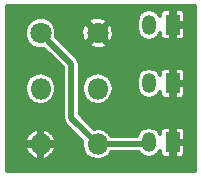
<source format=gbl>
G04 #@! TF.FileFunction,Copper,L2,Bot,Signal*
%FSLAX46Y46*%
G04 Gerber Fmt 4.6, Leading zero omitted, Abs format (unit mm)*
G04 Created by KiCad (PCBNEW 4.0.7) date 06/06/18 08:36:06*
%MOMM*%
%LPD*%
G01*
G04 APERTURE LIST*
%ADD10C,0.100000*%
%ADD11O,1.800000X1.800000*%
%ADD12C,1.800000*%
%ADD13R,1.200000X1.700000*%
%ADD14O,1.200000X1.700000*%
%ADD15C,0.500000*%
%ADD16C,0.300000*%
G04 APERTURE END LIST*
D10*
D11*
X140400000Y-90500000D03*
D12*
X140400000Y-85800000D03*
D11*
X140400000Y-95200000D03*
D12*
X145230000Y-85800000D03*
D11*
X145230000Y-90500000D03*
X145230000Y-95200000D03*
D13*
X151600000Y-85100000D03*
D14*
X149600000Y-85100000D03*
D13*
X151600000Y-90050000D03*
D14*
X149600000Y-90050000D03*
D13*
X151600000Y-95050000D03*
D14*
X149600000Y-95050000D03*
D15*
X145230000Y-95200000D02*
X149450000Y-95200000D01*
X149450000Y-95200000D02*
X149600000Y-95050000D01*
X145230000Y-95200000D02*
X143000000Y-92970000D01*
X143000000Y-92970000D02*
X143000000Y-88400000D01*
X143000000Y-88400000D02*
X141299999Y-86699999D01*
X141299999Y-86699999D02*
X140400000Y-85800000D01*
D16*
G36*
X153475000Y-97475000D02*
X137525000Y-97475000D01*
X137525000Y-95558034D01*
X139098330Y-95558034D01*
X139334427Y-96028908D01*
X139732748Y-96373588D01*
X140041968Y-96501658D01*
X140250000Y-96428375D01*
X140250000Y-95350000D01*
X140550000Y-95350000D01*
X140550000Y-96428375D01*
X140758032Y-96501658D01*
X141067252Y-96373588D01*
X141465573Y-96028908D01*
X141701670Y-95558034D01*
X141629153Y-95350000D01*
X140550000Y-95350000D01*
X140250000Y-95350000D01*
X139170847Y-95350000D01*
X139098330Y-95558034D01*
X137525000Y-95558034D01*
X137525000Y-94841966D01*
X139098330Y-94841966D01*
X139170847Y-95050000D01*
X140250000Y-95050000D01*
X140250000Y-93971625D01*
X140550000Y-93971625D01*
X140550000Y-95050000D01*
X141629153Y-95050000D01*
X141701670Y-94841966D01*
X141465573Y-94371092D01*
X141067252Y-94026412D01*
X140758032Y-93898342D01*
X140550000Y-93971625D01*
X140250000Y-93971625D01*
X140041968Y-93898342D01*
X139732748Y-94026412D01*
X139334427Y-94371092D01*
X139098330Y-94841966D01*
X137525000Y-94841966D01*
X137525000Y-90473552D01*
X139050000Y-90473552D01*
X139050000Y-90526448D01*
X139152763Y-91043071D01*
X139445406Y-91481042D01*
X139883377Y-91773685D01*
X140400000Y-91876448D01*
X140916623Y-91773685D01*
X141354594Y-91481042D01*
X141647237Y-91043071D01*
X141750000Y-90526448D01*
X141750000Y-90473552D01*
X141647237Y-89956929D01*
X141354594Y-89518958D01*
X140916623Y-89226315D01*
X140400000Y-89123552D01*
X139883377Y-89226315D01*
X139445406Y-89518958D01*
X139152763Y-89956929D01*
X139050000Y-90473552D01*
X137525000Y-90473552D01*
X137525000Y-86067353D01*
X139049766Y-86067353D01*
X139254858Y-86563715D01*
X139634288Y-86943807D01*
X140130290Y-87149765D01*
X140667353Y-87150234D01*
X140733113Y-87123063D01*
X140805024Y-87194974D01*
X142300000Y-88689949D01*
X142300000Y-92970000D01*
X142353284Y-93237879D01*
X142505025Y-93464975D01*
X143935348Y-94895298D01*
X143880000Y-95173552D01*
X143880000Y-95226448D01*
X143982763Y-95743071D01*
X144275406Y-96181042D01*
X144713377Y-96473685D01*
X145230000Y-96576448D01*
X145746623Y-96473685D01*
X146184594Y-96181042D01*
X146372380Y-95900000D01*
X148745330Y-95900000D01*
X148857538Y-96067931D01*
X149198182Y-96295543D01*
X149600000Y-96375469D01*
X150001818Y-96295543D01*
X150342462Y-96067931D01*
X150550000Y-95757330D01*
X150550000Y-95989510D01*
X150618508Y-96154904D01*
X150745095Y-96281491D01*
X150910489Y-96350000D01*
X151337500Y-96350000D01*
X151450000Y-96237500D01*
X151450000Y-95200000D01*
X151750000Y-95200000D01*
X151750000Y-96237500D01*
X151862500Y-96350000D01*
X152289511Y-96350000D01*
X152454905Y-96281491D01*
X152581492Y-96154904D01*
X152650000Y-95989510D01*
X152650000Y-95312500D01*
X152537500Y-95200000D01*
X151750000Y-95200000D01*
X151450000Y-95200000D01*
X151430000Y-95200000D01*
X151430000Y-94900000D01*
X151450000Y-94900000D01*
X151450000Y-93862500D01*
X151750000Y-93862500D01*
X151750000Y-94900000D01*
X152537500Y-94900000D01*
X152650000Y-94787500D01*
X152650000Y-94110490D01*
X152581492Y-93945096D01*
X152454905Y-93818509D01*
X152289511Y-93750000D01*
X151862500Y-93750000D01*
X151750000Y-93862500D01*
X151450000Y-93862500D01*
X151337500Y-93750000D01*
X150910489Y-93750000D01*
X150745095Y-93818509D01*
X150618508Y-93945096D01*
X150550000Y-94110490D01*
X150550000Y-94342670D01*
X150342462Y-94032069D01*
X150001818Y-93804457D01*
X149600000Y-93724531D01*
X149198182Y-93804457D01*
X148857538Y-94032069D01*
X148629926Y-94372713D01*
X148604607Y-94500000D01*
X146372380Y-94500000D01*
X146184594Y-94218958D01*
X145746623Y-93926315D01*
X145230000Y-93823552D01*
X144907626Y-93887676D01*
X143700000Y-92680050D01*
X143700000Y-90473552D01*
X143880000Y-90473552D01*
X143880000Y-90526448D01*
X143982763Y-91043071D01*
X144275406Y-91481042D01*
X144713377Y-91773685D01*
X145230000Y-91876448D01*
X145746623Y-91773685D01*
X146184594Y-91481042D01*
X146477237Y-91043071D01*
X146580000Y-90526448D01*
X146580000Y-90473552D01*
X146477237Y-89956929D01*
X146355363Y-89774531D01*
X148550000Y-89774531D01*
X148550000Y-90325469D01*
X148629926Y-90727287D01*
X148857538Y-91067931D01*
X149198182Y-91295543D01*
X149600000Y-91375469D01*
X150001818Y-91295543D01*
X150342462Y-91067931D01*
X150550000Y-90757330D01*
X150550000Y-90989510D01*
X150618508Y-91154904D01*
X150745095Y-91281491D01*
X150910489Y-91350000D01*
X151337500Y-91350000D01*
X151450000Y-91237500D01*
X151450000Y-90200000D01*
X151750000Y-90200000D01*
X151750000Y-91237500D01*
X151862500Y-91350000D01*
X152289511Y-91350000D01*
X152454905Y-91281491D01*
X152581492Y-91154904D01*
X152650000Y-90989510D01*
X152650000Y-90312500D01*
X152537500Y-90200000D01*
X151750000Y-90200000D01*
X151450000Y-90200000D01*
X151430000Y-90200000D01*
X151430000Y-89900000D01*
X151450000Y-89900000D01*
X151450000Y-88862500D01*
X151750000Y-88862500D01*
X151750000Y-89900000D01*
X152537500Y-89900000D01*
X152650000Y-89787500D01*
X152650000Y-89110490D01*
X152581492Y-88945096D01*
X152454905Y-88818509D01*
X152289511Y-88750000D01*
X151862500Y-88750000D01*
X151750000Y-88862500D01*
X151450000Y-88862500D01*
X151337500Y-88750000D01*
X150910489Y-88750000D01*
X150745095Y-88818509D01*
X150618508Y-88945096D01*
X150550000Y-89110490D01*
X150550000Y-89342670D01*
X150342462Y-89032069D01*
X150001818Y-88804457D01*
X149600000Y-88724531D01*
X149198182Y-88804457D01*
X148857538Y-89032069D01*
X148629926Y-89372713D01*
X148550000Y-89774531D01*
X146355363Y-89774531D01*
X146184594Y-89518958D01*
X145746623Y-89226315D01*
X145230000Y-89123552D01*
X144713377Y-89226315D01*
X144275406Y-89518958D01*
X143982763Y-89956929D01*
X143880000Y-90473552D01*
X143700000Y-90473552D01*
X143700000Y-88400000D01*
X143646716Y-88132122D01*
X143494975Y-87905025D01*
X143494972Y-87905023D01*
X142383446Y-86793496D01*
X144448636Y-86793496D01*
X144547116Y-86995105D01*
X145056444Y-87165462D01*
X145592196Y-87127939D01*
X145912884Y-86995105D01*
X146011364Y-86793496D01*
X145230000Y-86012132D01*
X144448636Y-86793496D01*
X142383446Y-86793496D01*
X141794974Y-86205024D01*
X141723328Y-86133378D01*
X141749765Y-86069710D01*
X141750152Y-85626444D01*
X143864538Y-85626444D01*
X143902061Y-86162196D01*
X144034895Y-86482884D01*
X144236504Y-86581364D01*
X145017868Y-85800000D01*
X145442132Y-85800000D01*
X146223496Y-86581364D01*
X146425105Y-86482884D01*
X146595462Y-85973556D01*
X146557939Y-85437804D01*
X146425105Y-85117116D01*
X146223496Y-85018636D01*
X145442132Y-85800000D01*
X145017868Y-85800000D01*
X144236504Y-85018636D01*
X144034895Y-85117116D01*
X143864538Y-85626444D01*
X141750152Y-85626444D01*
X141750234Y-85532647D01*
X141545142Y-85036285D01*
X141315762Y-84806504D01*
X144448636Y-84806504D01*
X145230000Y-85587868D01*
X145993337Y-84824531D01*
X148550000Y-84824531D01*
X148550000Y-85375469D01*
X148629926Y-85777287D01*
X148857538Y-86117931D01*
X149198182Y-86345543D01*
X149600000Y-86425469D01*
X150001818Y-86345543D01*
X150342462Y-86117931D01*
X150550000Y-85807330D01*
X150550000Y-86039510D01*
X150618508Y-86204904D01*
X150745095Y-86331491D01*
X150910489Y-86400000D01*
X151337500Y-86400000D01*
X151450000Y-86287500D01*
X151450000Y-85250000D01*
X151750000Y-85250000D01*
X151750000Y-86287500D01*
X151862500Y-86400000D01*
X152289511Y-86400000D01*
X152454905Y-86331491D01*
X152581492Y-86204904D01*
X152650000Y-86039510D01*
X152650000Y-85362500D01*
X152537500Y-85250000D01*
X151750000Y-85250000D01*
X151450000Y-85250000D01*
X151430000Y-85250000D01*
X151430000Y-84950000D01*
X151450000Y-84950000D01*
X151450000Y-83912500D01*
X151750000Y-83912500D01*
X151750000Y-84950000D01*
X152537500Y-84950000D01*
X152650000Y-84837500D01*
X152650000Y-84160490D01*
X152581492Y-83995096D01*
X152454905Y-83868509D01*
X152289511Y-83800000D01*
X151862500Y-83800000D01*
X151750000Y-83912500D01*
X151450000Y-83912500D01*
X151337500Y-83800000D01*
X150910489Y-83800000D01*
X150745095Y-83868509D01*
X150618508Y-83995096D01*
X150550000Y-84160490D01*
X150550000Y-84392670D01*
X150342462Y-84082069D01*
X150001818Y-83854457D01*
X149600000Y-83774531D01*
X149198182Y-83854457D01*
X148857538Y-84082069D01*
X148629926Y-84422713D01*
X148550000Y-84824531D01*
X145993337Y-84824531D01*
X146011364Y-84806504D01*
X145912884Y-84604895D01*
X145403556Y-84434538D01*
X144867804Y-84472061D01*
X144547116Y-84604895D01*
X144448636Y-84806504D01*
X141315762Y-84806504D01*
X141165712Y-84656193D01*
X140669710Y-84450235D01*
X140132647Y-84449766D01*
X139636285Y-84654858D01*
X139256193Y-85034288D01*
X139050235Y-85530290D01*
X139049766Y-86067353D01*
X137525000Y-86067353D01*
X137525000Y-83525000D01*
X153475000Y-83525000D01*
X153475000Y-97475000D01*
X153475000Y-97475000D01*
G37*
X153475000Y-97475000D02*
X137525000Y-97475000D01*
X137525000Y-95558034D01*
X139098330Y-95558034D01*
X139334427Y-96028908D01*
X139732748Y-96373588D01*
X140041968Y-96501658D01*
X140250000Y-96428375D01*
X140250000Y-95350000D01*
X140550000Y-95350000D01*
X140550000Y-96428375D01*
X140758032Y-96501658D01*
X141067252Y-96373588D01*
X141465573Y-96028908D01*
X141701670Y-95558034D01*
X141629153Y-95350000D01*
X140550000Y-95350000D01*
X140250000Y-95350000D01*
X139170847Y-95350000D01*
X139098330Y-95558034D01*
X137525000Y-95558034D01*
X137525000Y-94841966D01*
X139098330Y-94841966D01*
X139170847Y-95050000D01*
X140250000Y-95050000D01*
X140250000Y-93971625D01*
X140550000Y-93971625D01*
X140550000Y-95050000D01*
X141629153Y-95050000D01*
X141701670Y-94841966D01*
X141465573Y-94371092D01*
X141067252Y-94026412D01*
X140758032Y-93898342D01*
X140550000Y-93971625D01*
X140250000Y-93971625D01*
X140041968Y-93898342D01*
X139732748Y-94026412D01*
X139334427Y-94371092D01*
X139098330Y-94841966D01*
X137525000Y-94841966D01*
X137525000Y-90473552D01*
X139050000Y-90473552D01*
X139050000Y-90526448D01*
X139152763Y-91043071D01*
X139445406Y-91481042D01*
X139883377Y-91773685D01*
X140400000Y-91876448D01*
X140916623Y-91773685D01*
X141354594Y-91481042D01*
X141647237Y-91043071D01*
X141750000Y-90526448D01*
X141750000Y-90473552D01*
X141647237Y-89956929D01*
X141354594Y-89518958D01*
X140916623Y-89226315D01*
X140400000Y-89123552D01*
X139883377Y-89226315D01*
X139445406Y-89518958D01*
X139152763Y-89956929D01*
X139050000Y-90473552D01*
X137525000Y-90473552D01*
X137525000Y-86067353D01*
X139049766Y-86067353D01*
X139254858Y-86563715D01*
X139634288Y-86943807D01*
X140130290Y-87149765D01*
X140667353Y-87150234D01*
X140733113Y-87123063D01*
X140805024Y-87194974D01*
X142300000Y-88689949D01*
X142300000Y-92970000D01*
X142353284Y-93237879D01*
X142505025Y-93464975D01*
X143935348Y-94895298D01*
X143880000Y-95173552D01*
X143880000Y-95226448D01*
X143982763Y-95743071D01*
X144275406Y-96181042D01*
X144713377Y-96473685D01*
X145230000Y-96576448D01*
X145746623Y-96473685D01*
X146184594Y-96181042D01*
X146372380Y-95900000D01*
X148745330Y-95900000D01*
X148857538Y-96067931D01*
X149198182Y-96295543D01*
X149600000Y-96375469D01*
X150001818Y-96295543D01*
X150342462Y-96067931D01*
X150550000Y-95757330D01*
X150550000Y-95989510D01*
X150618508Y-96154904D01*
X150745095Y-96281491D01*
X150910489Y-96350000D01*
X151337500Y-96350000D01*
X151450000Y-96237500D01*
X151450000Y-95200000D01*
X151750000Y-95200000D01*
X151750000Y-96237500D01*
X151862500Y-96350000D01*
X152289511Y-96350000D01*
X152454905Y-96281491D01*
X152581492Y-96154904D01*
X152650000Y-95989510D01*
X152650000Y-95312500D01*
X152537500Y-95200000D01*
X151750000Y-95200000D01*
X151450000Y-95200000D01*
X151430000Y-95200000D01*
X151430000Y-94900000D01*
X151450000Y-94900000D01*
X151450000Y-93862500D01*
X151750000Y-93862500D01*
X151750000Y-94900000D01*
X152537500Y-94900000D01*
X152650000Y-94787500D01*
X152650000Y-94110490D01*
X152581492Y-93945096D01*
X152454905Y-93818509D01*
X152289511Y-93750000D01*
X151862500Y-93750000D01*
X151750000Y-93862500D01*
X151450000Y-93862500D01*
X151337500Y-93750000D01*
X150910489Y-93750000D01*
X150745095Y-93818509D01*
X150618508Y-93945096D01*
X150550000Y-94110490D01*
X150550000Y-94342670D01*
X150342462Y-94032069D01*
X150001818Y-93804457D01*
X149600000Y-93724531D01*
X149198182Y-93804457D01*
X148857538Y-94032069D01*
X148629926Y-94372713D01*
X148604607Y-94500000D01*
X146372380Y-94500000D01*
X146184594Y-94218958D01*
X145746623Y-93926315D01*
X145230000Y-93823552D01*
X144907626Y-93887676D01*
X143700000Y-92680050D01*
X143700000Y-90473552D01*
X143880000Y-90473552D01*
X143880000Y-90526448D01*
X143982763Y-91043071D01*
X144275406Y-91481042D01*
X144713377Y-91773685D01*
X145230000Y-91876448D01*
X145746623Y-91773685D01*
X146184594Y-91481042D01*
X146477237Y-91043071D01*
X146580000Y-90526448D01*
X146580000Y-90473552D01*
X146477237Y-89956929D01*
X146355363Y-89774531D01*
X148550000Y-89774531D01*
X148550000Y-90325469D01*
X148629926Y-90727287D01*
X148857538Y-91067931D01*
X149198182Y-91295543D01*
X149600000Y-91375469D01*
X150001818Y-91295543D01*
X150342462Y-91067931D01*
X150550000Y-90757330D01*
X150550000Y-90989510D01*
X150618508Y-91154904D01*
X150745095Y-91281491D01*
X150910489Y-91350000D01*
X151337500Y-91350000D01*
X151450000Y-91237500D01*
X151450000Y-90200000D01*
X151750000Y-90200000D01*
X151750000Y-91237500D01*
X151862500Y-91350000D01*
X152289511Y-91350000D01*
X152454905Y-91281491D01*
X152581492Y-91154904D01*
X152650000Y-90989510D01*
X152650000Y-90312500D01*
X152537500Y-90200000D01*
X151750000Y-90200000D01*
X151450000Y-90200000D01*
X151430000Y-90200000D01*
X151430000Y-89900000D01*
X151450000Y-89900000D01*
X151450000Y-88862500D01*
X151750000Y-88862500D01*
X151750000Y-89900000D01*
X152537500Y-89900000D01*
X152650000Y-89787500D01*
X152650000Y-89110490D01*
X152581492Y-88945096D01*
X152454905Y-88818509D01*
X152289511Y-88750000D01*
X151862500Y-88750000D01*
X151750000Y-88862500D01*
X151450000Y-88862500D01*
X151337500Y-88750000D01*
X150910489Y-88750000D01*
X150745095Y-88818509D01*
X150618508Y-88945096D01*
X150550000Y-89110490D01*
X150550000Y-89342670D01*
X150342462Y-89032069D01*
X150001818Y-88804457D01*
X149600000Y-88724531D01*
X149198182Y-88804457D01*
X148857538Y-89032069D01*
X148629926Y-89372713D01*
X148550000Y-89774531D01*
X146355363Y-89774531D01*
X146184594Y-89518958D01*
X145746623Y-89226315D01*
X145230000Y-89123552D01*
X144713377Y-89226315D01*
X144275406Y-89518958D01*
X143982763Y-89956929D01*
X143880000Y-90473552D01*
X143700000Y-90473552D01*
X143700000Y-88400000D01*
X143646716Y-88132122D01*
X143494975Y-87905025D01*
X143494972Y-87905023D01*
X142383446Y-86793496D01*
X144448636Y-86793496D01*
X144547116Y-86995105D01*
X145056444Y-87165462D01*
X145592196Y-87127939D01*
X145912884Y-86995105D01*
X146011364Y-86793496D01*
X145230000Y-86012132D01*
X144448636Y-86793496D01*
X142383446Y-86793496D01*
X141794974Y-86205024D01*
X141723328Y-86133378D01*
X141749765Y-86069710D01*
X141750152Y-85626444D01*
X143864538Y-85626444D01*
X143902061Y-86162196D01*
X144034895Y-86482884D01*
X144236504Y-86581364D01*
X145017868Y-85800000D01*
X145442132Y-85800000D01*
X146223496Y-86581364D01*
X146425105Y-86482884D01*
X146595462Y-85973556D01*
X146557939Y-85437804D01*
X146425105Y-85117116D01*
X146223496Y-85018636D01*
X145442132Y-85800000D01*
X145017868Y-85800000D01*
X144236504Y-85018636D01*
X144034895Y-85117116D01*
X143864538Y-85626444D01*
X141750152Y-85626444D01*
X141750234Y-85532647D01*
X141545142Y-85036285D01*
X141315762Y-84806504D01*
X144448636Y-84806504D01*
X145230000Y-85587868D01*
X145993337Y-84824531D01*
X148550000Y-84824531D01*
X148550000Y-85375469D01*
X148629926Y-85777287D01*
X148857538Y-86117931D01*
X149198182Y-86345543D01*
X149600000Y-86425469D01*
X150001818Y-86345543D01*
X150342462Y-86117931D01*
X150550000Y-85807330D01*
X150550000Y-86039510D01*
X150618508Y-86204904D01*
X150745095Y-86331491D01*
X150910489Y-86400000D01*
X151337500Y-86400000D01*
X151450000Y-86287500D01*
X151450000Y-85250000D01*
X151750000Y-85250000D01*
X151750000Y-86287500D01*
X151862500Y-86400000D01*
X152289511Y-86400000D01*
X152454905Y-86331491D01*
X152581492Y-86204904D01*
X152650000Y-86039510D01*
X152650000Y-85362500D01*
X152537500Y-85250000D01*
X151750000Y-85250000D01*
X151450000Y-85250000D01*
X151430000Y-85250000D01*
X151430000Y-84950000D01*
X151450000Y-84950000D01*
X151450000Y-83912500D01*
X151750000Y-83912500D01*
X151750000Y-84950000D01*
X152537500Y-84950000D01*
X152650000Y-84837500D01*
X152650000Y-84160490D01*
X152581492Y-83995096D01*
X152454905Y-83868509D01*
X152289511Y-83800000D01*
X151862500Y-83800000D01*
X151750000Y-83912500D01*
X151450000Y-83912500D01*
X151337500Y-83800000D01*
X150910489Y-83800000D01*
X150745095Y-83868509D01*
X150618508Y-83995096D01*
X150550000Y-84160490D01*
X150550000Y-84392670D01*
X150342462Y-84082069D01*
X150001818Y-83854457D01*
X149600000Y-83774531D01*
X149198182Y-83854457D01*
X148857538Y-84082069D01*
X148629926Y-84422713D01*
X148550000Y-84824531D01*
X145993337Y-84824531D01*
X146011364Y-84806504D01*
X145912884Y-84604895D01*
X145403556Y-84434538D01*
X144867804Y-84472061D01*
X144547116Y-84604895D01*
X144448636Y-84806504D01*
X141315762Y-84806504D01*
X141165712Y-84656193D01*
X140669710Y-84450235D01*
X140132647Y-84449766D01*
X139636285Y-84654858D01*
X139256193Y-85034288D01*
X139050235Y-85530290D01*
X139049766Y-86067353D01*
X137525000Y-86067353D01*
X137525000Y-83525000D01*
X153475000Y-83525000D01*
X153475000Y-97475000D01*
M02*

</source>
